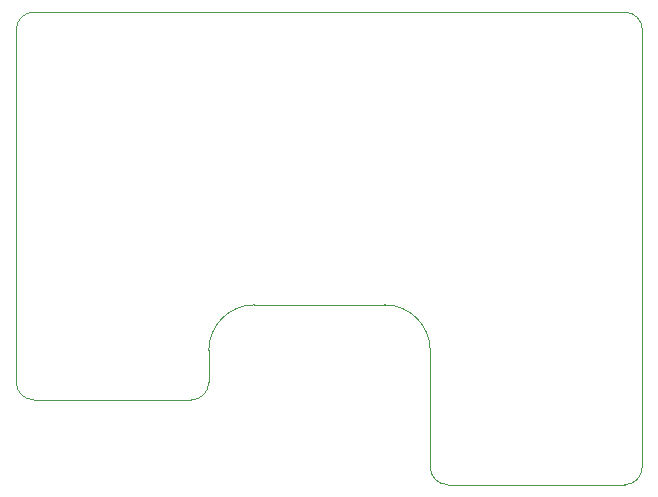
<source format=gbr>
%TF.GenerationSoftware,KiCad,Pcbnew,8.0.3*%
%TF.CreationDate,2024-06-13T13:09:19+08:00*%
%TF.ProjectId,SB-main-board,53422d6d-6169-46e2-9d62-6f6172642e6b,A0*%
%TF.SameCoordinates,Original*%
%TF.FileFunction,Profile,NP*%
%FSLAX46Y46*%
G04 Gerber Fmt 4.6, Leading zero omitted, Abs format (unit mm)*
G04 Created by KiCad (PCBNEW 8.0.3) date 2024-06-13 13:09:19*
%MOMM*%
%LPD*%
G01*
G04 APERTURE LIST*
%TA.AperFunction,Profile*%
%ADD10C,0.100000*%
%TD*%
G04 APERTURE END LIST*
D10*
X133481865Y-114286875D02*
X133481865Y-116992684D01*
X168710632Y-125639865D02*
X153708632Y-125639865D01*
X117184498Y-87113731D02*
X117184498Y-116992684D01*
X153708632Y-125639865D02*
G75*
G02*
X152234735Y-124165999I-32J1473865D01*
G01*
X118658364Y-85639865D02*
X168710624Y-85639865D01*
X137346875Y-110421865D02*
X148369756Y-110421865D01*
X170184498Y-124165999D02*
X170184498Y-87113731D01*
X170184498Y-124165999D02*
G75*
G02*
X168710632Y-125639898I-1473798J-101D01*
G01*
X133481865Y-114286875D02*
G75*
G02*
X137346875Y-110421865I3864935J75D01*
G01*
X118658364Y-118466550D02*
G75*
G02*
X117184450Y-116992684I36J1473950D01*
G01*
X168710624Y-85639865D02*
G75*
G02*
X170184435Y-87113731I-24J-1473835D01*
G01*
X133481865Y-116992684D02*
G75*
G02*
X132007999Y-118466565I-1473865J-16D01*
G01*
X118658364Y-118466550D02*
X132007999Y-118466550D01*
X117184498Y-87113731D02*
G75*
G02*
X118658364Y-85639898I1473902J-69D01*
G01*
X148369756Y-110421865D02*
G75*
G02*
X152234835Y-114286875I44J-3865035D01*
G01*
X152234766Y-124165999D02*
X152234766Y-114286875D01*
M02*

</source>
